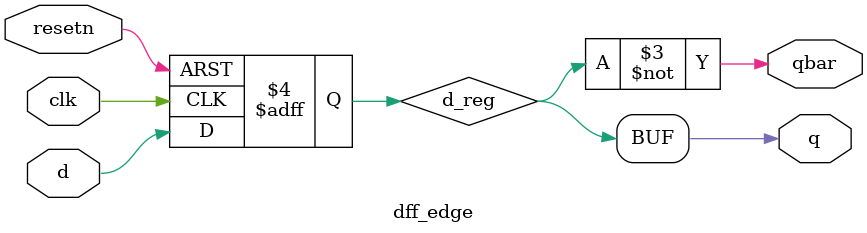
<source format=sv>
module top_module (
	input clk,
	input resetn,
	input x,
	input y,
	output f,
	output g
);
	
	reg [1:0] state;
	reg f_reg, g_reg;
	wire x_r, x_f, y_r, y_f;
	
	always @(posedge clk or negedge resetn) begin
		if (!resetn) begin
			state <= 2'b00;
			f_reg <= 0;
			g_reg <= 0;
		end else begin
			case (state)
				2'b00:
					if (resetn) begin
						state <= 2'b01;
						f_reg <= 0;
						g_reg <= 0;
					end
				2'b01:
					if (x) begin
						state <= 2'b10;
						f_reg <= 1;
						g_reg <= 0;
					end else
						f_reg <= 0;
				2'b10:
					if (x_r && x && x_f) begin
						state <= 2'b11;
						f_reg <= 0;
						g_reg <= 0;
					end else if (x)
						f_reg <= 1;
				2'b11:
					if (!y) begin
						state <= 2'b00;
						f_reg <= 0;
						g_reg <= 0;
					end else
						g_reg <= 1;
			endcase
		end
	end
	
	assign f = f_reg;
	assign g = g_reg;
	
	dff_edge dff_x (
		.clk(clk),
		.resetn(resetn),
		.d(x),
		.q(x_r),
		.qbar(x_f)
	);
	
	dff_edge dff_y (
		.clk(clk),
		.resetn(resetn),
		.d(y),
		.q(y_r),
		.qbar(y_f)
	);
	
endmodule
module dff_edge (
	input clk,
	input resetn,
	input d,
	output reg q,
	output reg qbar
);
	reg d_reg;
	
	always @(posedge clk or negedge resetn) begin
		if (!resetn)
			d_reg <= 0;
		else
			d_reg <= d;
	end
	
	assign q = d_reg;
	assign qbar = ~d_reg;
	
endmodule

</source>
